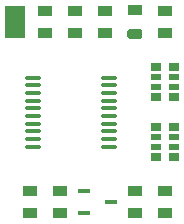
<source format=gtp>
G04*
G04 #@! TF.GenerationSoftware,Altium Limited,Altium Designer,22.2.1 (43)*
G04*
G04 Layer_Color=8421504*
%FSTAX25Y25*%
%MOIN*%
G70*
G04*
G04 #@! TF.SameCoordinates,04582349-F352-462C-AFDD-1AE5C237541B*
G04*
G04*
G04 #@! TF.FilePolarity,Positive*
G04*
G01*
G75*
%ADD15R,0.05000X0.03500*%
G04:AMPARAMS|DCode=16|XSize=35mil|YSize=50mil|CornerRadius=0mil|HoleSize=0mil|Usage=FLASHONLY|Rotation=270.000|XOffset=0mil|YOffset=0mil|HoleType=Round|Shape=Octagon|*
%AMOCTAGOND16*
4,1,8,0.02500,0.00875,0.02500,-0.00875,0.01625,-0.01750,-0.01625,-0.01750,-0.02500,-0.00875,-0.02500,0.00875,-0.01625,0.01750,0.01625,0.01750,0.02500,0.00875,0.0*
%
%ADD16OCTAGOND16*%

%ADD17R,0.05000X0.03500*%
%ADD18O,0.05906X0.01181*%
%ADD19R,0.03543X0.02559*%
%ADD20R,0.03543X0.01968*%
%ADD21R,0.03937X0.01772*%
%ADD22R,0.07087X0.11024*%
D15*
X00475Y0078D02*
D03*
D16*
Y007D02*
D03*
D17*
X00375Y007026D02*
D03*
Y0077741D02*
D03*
X00575Y007026D02*
D03*
Y0077741D02*
D03*
X00275Y007026D02*
D03*
Y0077741D02*
D03*
X00175Y007026D02*
D03*
Y0077741D02*
D03*
X0047526Y001774D02*
D03*
Y001026D02*
D03*
X00125Y001026D02*
D03*
Y001774D02*
D03*
X00575Y001026D02*
D03*
Y001774D02*
D03*
X00225Y001774D02*
D03*
Y001026D02*
D03*
D18*
X0013602Y0055516D02*
D03*
Y0052957D02*
D03*
Y0050398D02*
D03*
Y0047839D02*
D03*
Y0045279D02*
D03*
Y004272D02*
D03*
Y0040161D02*
D03*
Y0037602D02*
D03*
Y0035043D02*
D03*
Y0032484D02*
D03*
X0038798Y0055516D02*
D03*
Y0052957D02*
D03*
Y0050398D02*
D03*
Y0047839D02*
D03*
Y0045279D02*
D03*
Y004272D02*
D03*
Y0040161D02*
D03*
Y0037602D02*
D03*
Y0035043D02*
D03*
Y0032484D02*
D03*
D19*
X005435Y0039039D02*
D03*
Y0028961D02*
D03*
X006065D02*
D03*
Y0039039D02*
D03*
X005435Y0059039D02*
D03*
Y0048961D02*
D03*
X006065D02*
D03*
Y0059039D02*
D03*
D20*
X005435Y0035575D02*
D03*
Y0032425D02*
D03*
X006065D02*
D03*
Y0035575D02*
D03*
X005435Y0055575D02*
D03*
Y0052425D02*
D03*
X006065D02*
D03*
Y0055575D02*
D03*
D21*
X00305Y001774D02*
D03*
Y001026D02*
D03*
X0039429Y0014D02*
D03*
D22*
X00075Y0074D02*
D03*
M02*

</source>
